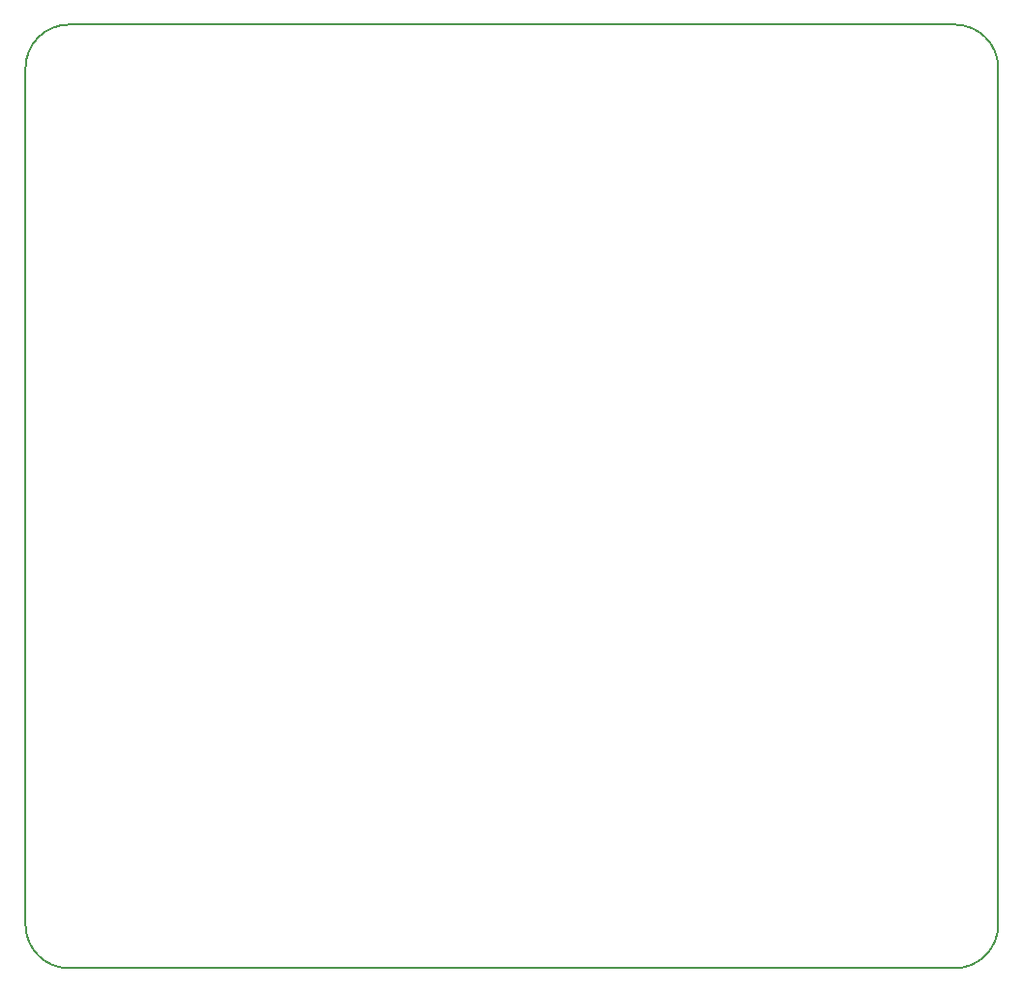
<source format=gm1>
G04 #@! TF.GenerationSoftware,KiCad,Pcbnew,5.0.2-bee76a0~70~ubuntu18.04.1*
G04 #@! TF.CreationDate,2019-02-13T21:41:43-05:00*
G04 #@! TF.ProjectId,Brakelight_Shutdown_BSPD,4272616b-656c-4696-9768-745f53687574,rev?*
G04 #@! TF.SameCoordinates,Original*
G04 #@! TF.FileFunction,Profile,NP*
%FSLAX46Y46*%
G04 Gerber Fmt 4.6, Leading zero omitted, Abs format (unit mm)*
G04 Created by KiCad (PCBNEW 5.0.2-bee76a0~70~ubuntu18.04.1) date Wed 13 Feb 2019 09:41:43 PM EST*
%MOMM*%
%LPD*%
G01*
G04 APERTURE LIST*
%ADD10C,0.200000*%
G04 APERTURE END LIST*
D10*
X162306000Y-31369000D02*
G75*
G02X166116000Y-27559000I3810000J0D01*
G01*
X162306000Y-31369000D02*
X162306000Y-106299000D01*
X243586000Y-27559000D02*
X166116000Y-27559000D01*
X166116000Y-110109000D02*
X243586000Y-110109000D01*
X247396000Y-106299000D02*
X247396000Y-31369000D01*
X247396000Y-106299000D02*
G75*
G02X243586000Y-110109000I-3810000J0D01*
G01*
X166116000Y-110109000D02*
G75*
G02X162306000Y-106299000I0J3810000D01*
G01*
X243586000Y-27559000D02*
G75*
G02X247396000Y-31369000I0J-3810000D01*
G01*
M02*

</source>
